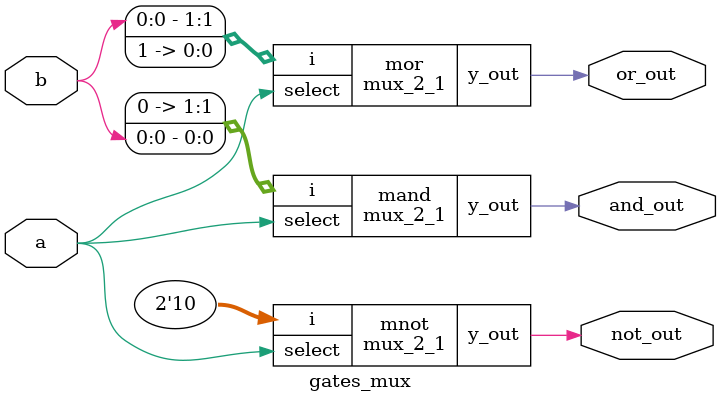
<source format=v>
module mux_2_1(
    input [1:0] i,
    input select,
    output y_out    );
    assign y_out = select ? i[1] : i[0];
endmodule

module gates_mux(
    input a, b,
    output and_out, or_out, not_out );
 
 mux_2_1 mand({1'b0, b}, a, and_out);      // AND
 mux_2_1 mor({b, 1'b1}, a, or_out);        // OR
 mux_2_1 mnot({1'b1, 1'b0}, a, not_out);   // NOT a
  
endmodule







</source>
